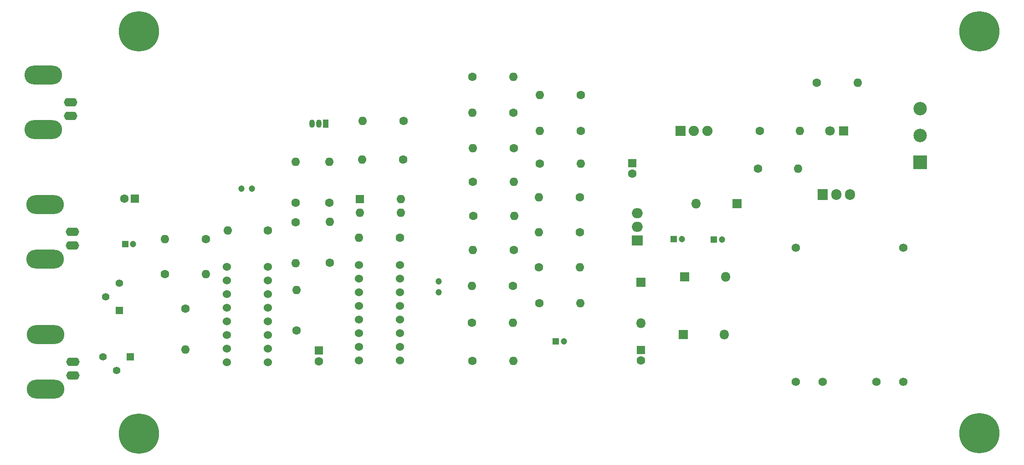
<source format=gts>
%TF.GenerationSoftware,KiCad,Pcbnew,7.0.11-7.0.11~ubuntu22.04.1*%
%TF.CreationDate,2025-04-09T00:06:21+02:00*%
%TF.ProjectId,emulator-pcb,656d756c-6174-46f7-922d-7063622e6b69,v01*%
%TF.SameCoordinates,Original*%
%TF.FileFunction,Soldermask,Top*%
%TF.FilePolarity,Negative*%
%FSLAX46Y46*%
G04 Gerber Fmt 4.6, Leading zero omitted, Abs format (unit mm)*
G04 Created by KiCad (PCBNEW 7.0.11-7.0.11~ubuntu22.04.1) date 2025-04-09 00:06:21*
%MOMM*%
%LPD*%
G01*
G04 APERTURE LIST*
%ADD10C,1.400000*%
%ADD11R,1.400000X1.400000*%
%ADD12C,1.574800*%
%ADD13R,2.500000X2.500000*%
%ADD14C,2.500000*%
%ADD15C,7.500000*%
%ADD16O,1.600000X1.600000*%
%ADD17C,1.600000*%
%ADD18C,1.524000*%
%ADD19R,1.200000X1.200000*%
%ADD20C,1.200000*%
%ADD21O,7.000000X3.500000*%
%ADD22O,2.500000X1.600000*%
%ADD23R,1.800000X1.800000*%
%ADD24O,1.800000X1.800000*%
%ADD25R,1.600000X1.600000*%
%ADD26O,1.050000X1.500000*%
%ADD27R,1.050000X1.500000*%
%ADD28C,1.800000*%
%ADD29R,2.000000X1.905000*%
%ADD30O,2.000000X1.905000*%
%ADD31C,1.900000*%
%ADD32R,1.900000X1.900000*%
%ADD33R,1.905000X2.000000*%
%ADD34O,1.905000X2.000000*%
G04 APERTURE END LIST*
D10*
%TO.C,RV1*%
X116350000Y-108450000D03*
X113810000Y-110990000D03*
D11*
X116350000Y-113530000D03*
%TD*%
%TO.C,RV2*%
X118430000Y-122200000D03*
D10*
X115890000Y-124740000D03*
X113350000Y-122200000D03*
%TD*%
D12*
%TO.C,XMER1*%
X262100000Y-101850000D03*
X242100000Y-101850000D03*
X242100000Y-126850001D03*
X247100000Y-126850001D03*
X257100000Y-126850001D03*
X262100000Y-126850001D03*
%TD*%
D13*
%TO.C,P2*%
X265200000Y-85900000D03*
D14*
X265200000Y-80900000D03*
X265200000Y-75900000D03*
%TD*%
D15*
%TO.C,Mount4*%
X120050000Y-136500000D03*
%TD*%
%TO.C,Mount3*%
X276250000Y-136350000D03*
%TD*%
%TO.C,Mount2*%
X276250000Y-61500000D03*
%TD*%
%TO.C,Mount1*%
X120050000Y-61500000D03*
%TD*%
D16*
%TO.C,R23*%
X181930000Y-108975000D03*
D17*
X189550000Y-108975000D03*
%TD*%
D18*
%TO.C,U1*%
X160900000Y-122825000D03*
X160900000Y-120285000D03*
X160900000Y-117745000D03*
X160900000Y-115205000D03*
X160900000Y-112665000D03*
X160900000Y-110125000D03*
X160900000Y-107585000D03*
X160900000Y-105045000D03*
X168520000Y-105045000D03*
X168520000Y-107585000D03*
X168520000Y-110125000D03*
X168520000Y-112665000D03*
X168520000Y-115205000D03*
X168520000Y-117745000D03*
X168520000Y-120285000D03*
X168520000Y-122825000D03*
%TD*%
D17*
%TO.C,R20*%
X202000000Y-92425000D03*
D16*
X194380000Y-92425000D03*
%TD*%
%TO.C,C7*%
X136500000Y-98600000D03*
D17*
X144000000Y-98600000D03*
%TD*%
D16*
%TO.C,R2*%
X160890000Y-99975000D03*
D17*
X168510000Y-99975000D03*
%TD*%
D16*
%TO.C,R28*%
X182030000Y-83325000D03*
D17*
X189650000Y-83325000D03*
%TD*%
D19*
%TO.C,C4*%
X197500000Y-119275000D03*
D20*
X199000000Y-119275000D03*
%TD*%
%TO.C,C2*%
X118947401Y-101130000D03*
D19*
X117447401Y-101130000D03*
%TD*%
D17*
%TO.C,C13*%
X235050000Y-87075000D03*
D16*
X242550000Y-87075000D03*
%TD*%
D17*
%TO.C,R17*%
X194390000Y-105525000D03*
D16*
X202010000Y-105525000D03*
%TD*%
%TO.C,C5*%
X149300000Y-109750000D03*
D17*
X149300000Y-117250000D03*
%TD*%
D21*
%TO.C,J3*%
X102220000Y-69670000D03*
D22*
X107300000Y-77290000D03*
D21*
X102220000Y-79830000D03*
D22*
X107300000Y-74750000D03*
%TD*%
D16*
%TO.C,R16*%
X149100000Y-104685000D03*
D17*
X149100000Y-97065000D03*
%TD*%
D16*
%TO.C,R7*%
X189570000Y-122925000D03*
D17*
X181950000Y-122925000D03*
%TD*%
D19*
%TO.C,C12*%
X226900000Y-100325000D03*
D20*
X228400000Y-100325000D03*
%TD*%
D16*
%TO.C,R11*%
X155400000Y-85865000D03*
D17*
X155400000Y-93485000D03*
%TD*%
D16*
%TO.C,R5*%
X181980000Y-76675000D03*
D17*
X189600000Y-76675000D03*
%TD*%
D22*
%TO.C,J1*%
X107770000Y-123130000D03*
D21*
X102690000Y-128210000D03*
D22*
X107770000Y-125670000D03*
D21*
X102690000Y-118050000D03*
%TD*%
D23*
%TO.C,D2*%
X221480000Y-107275000D03*
D24*
X229100000Y-107275000D03*
%TD*%
D16*
%TO.C,R24*%
X194530000Y-80075000D03*
D17*
X202150000Y-80075000D03*
%TD*%
%TO.C,R19*%
X194430000Y-112175000D03*
D16*
X202050000Y-112175000D03*
%TD*%
D19*
%TO.C,C11*%
X219450000Y-100275000D03*
D20*
X220950000Y-100275000D03*
%TD*%
D16*
%TO.C,R4*%
X189610000Y-69975000D03*
D17*
X181990000Y-69975000D03*
%TD*%
D18*
%TO.C,U3*%
X136330000Y-123165000D03*
X136330000Y-120625000D03*
X136330000Y-118085000D03*
X136330000Y-115545000D03*
X136330000Y-113005000D03*
X136330000Y-110465000D03*
X136330000Y-107925000D03*
X136330000Y-105385000D03*
X143950000Y-105385000D03*
X143950000Y-107925000D03*
X143950000Y-110465000D03*
X143950000Y-113005000D03*
X143950000Y-115545000D03*
X143950000Y-118085000D03*
X143950000Y-120625000D03*
X143950000Y-123165000D03*
%TD*%
D17*
%TO.C,R22*%
X169200000Y-78250000D03*
D16*
X161580000Y-78250000D03*
%TD*%
%TO.C,R13*%
X132460000Y-106750000D03*
D17*
X124840000Y-106750000D03*
%TD*%
D16*
%TO.C,U2*%
X168670000Y-92800000D03*
X168670000Y-95340000D03*
X161050000Y-95340000D03*
D25*
X161050000Y-92800000D03*
%TD*%
D16*
%TO.C,R15*%
X149100000Y-85875000D03*
D17*
X149100000Y-93495000D03*
%TD*%
%TO.C,R9*%
X182140000Y-95875000D03*
D16*
X189760000Y-95875000D03*
%TD*%
D26*
%TO.C,Q1*%
X152160000Y-78750000D03*
X153430000Y-78750000D03*
D27*
X154700000Y-78750000D03*
%TD*%
D21*
%TO.C,J2*%
X102570000Y-93820000D03*
D22*
X107650000Y-101440000D03*
D21*
X102570000Y-103980000D03*
D22*
X107650000Y-98900000D03*
%TD*%
D16*
%TO.C,R12*%
X124840000Y-100250000D03*
D17*
X132460000Y-100250000D03*
%TD*%
D20*
%TO.C,C3*%
X139050000Y-90850000D03*
X141050000Y-90850000D03*
%TD*%
D17*
%TO.C,R25*%
X194530000Y-86175000D03*
D16*
X202150000Y-86175000D03*
%TD*%
D28*
%TO.C,D5*%
X248435000Y-80075000D03*
D23*
X250975000Y-80075000D03*
%TD*%
D20*
%TO.C,C1*%
X175700000Y-108100000D03*
X175700000Y-110100000D03*
%TD*%
D17*
%TO.C,R10*%
X202100000Y-73375000D03*
D16*
X194480000Y-73375000D03*
%TD*%
D17*
%TO.C,R26*%
X245980000Y-71075000D03*
D16*
X253600000Y-71075000D03*
%TD*%
D17*
%TO.C,C6*%
X153450000Y-122975000D03*
D25*
X153450000Y-120975000D03*
%TD*%
%TO.C,C9*%
X211700000Y-86069888D03*
D17*
X211700000Y-88069888D03*
%TD*%
D29*
%TO.C,U4*%
X212645000Y-100515000D03*
D30*
X212645000Y-97975000D03*
X212645000Y-95435000D03*
%TD*%
D17*
%TO.C,C15*%
X117270000Y-92680000D03*
D25*
X119270000Y-92680000D03*
%TD*%
D17*
%TO.C,R1*%
X169110000Y-85375000D03*
D16*
X161490000Y-85375000D03*
%TD*%
%TO.C,R3*%
X155450000Y-97015000D03*
D17*
X155450000Y-104635000D03*
%TD*%
D31*
%TO.C,S1*%
X225650000Y-80075000D03*
X223150000Y-80075000D03*
D32*
X220650000Y-80075000D03*
%TD*%
D16*
%TO.C,R14*%
X182040000Y-102275000D03*
D17*
X189660000Y-102275000D03*
%TD*%
D23*
%TO.C,D4*%
X213300000Y-108265000D03*
D24*
X213300000Y-115885000D03*
%TD*%
D23*
%TO.C,D1*%
X231150000Y-93625000D03*
D24*
X223530000Y-93625000D03*
%TD*%
D17*
%TO.C,R6*%
X201960000Y-98975000D03*
D16*
X194340000Y-98975000D03*
%TD*%
D25*
%TO.C,C10*%
X213350000Y-120875000D03*
D17*
X213350000Y-122875000D03*
%TD*%
D16*
%TO.C,R21*%
X128650000Y-120810000D03*
D17*
X128650000Y-113190000D03*
%TD*%
D33*
%TO.C,U5*%
X247060000Y-91920000D03*
D34*
X249600000Y-91920000D03*
X252140000Y-91920000D03*
%TD*%
D17*
%TO.C,C14*%
X235400000Y-80075000D03*
D16*
X242900000Y-80075000D03*
%TD*%
D23*
%TO.C,D3*%
X221180000Y-118025000D03*
D24*
X228800000Y-118025000D03*
%TD*%
D16*
%TO.C,R18*%
X189700000Y-89575000D03*
D17*
X182080000Y-89575000D03*
%TD*%
D16*
%TO.C,R8*%
X189550000Y-115825000D03*
D17*
X181930000Y-115825000D03*
%TD*%
M02*

</source>
